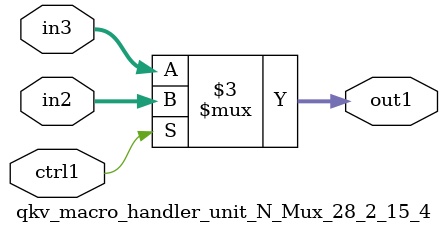
<source format=v>

`timescale 1ps / 1ps


module qkv_macro_handler_unit_N_Mux_28_2_15_4( in3, in2, ctrl1, out1 );

    input [27:0] in3;
    input [27:0] in2;
    input ctrl1;
    output [27:0] out1;
    reg [27:0] out1;

    
    // rtl_process:qkv_macro_handler_unit_N_Mux_28_2_15_4/qkv_macro_handler_unit_N_Mux_28_2_15_4_thread_1
    always @*
      begin : qkv_macro_handler_unit_N_Mux_28_2_15_4_thread_1
        case (ctrl1) 
          1'b1: 
            begin
              out1 = in2;
            end
          default: 
            begin
              out1 = in3;
            end
        endcase
      end

endmodule


</source>
